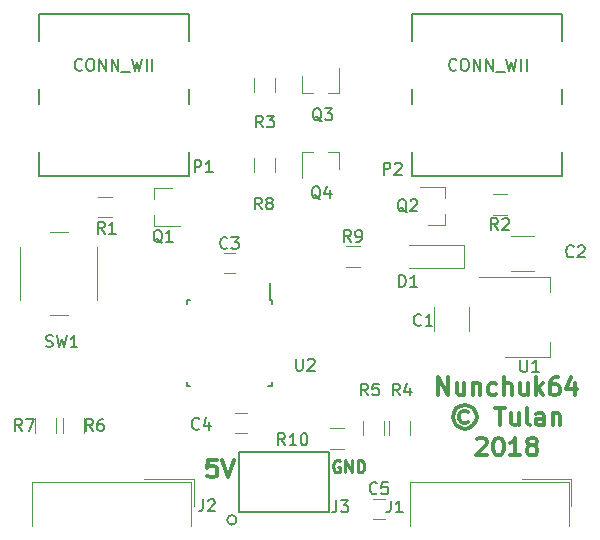
<source format=gto>
G04 #@! TF.FileFunction,Legend,Top*
%FSLAX46Y46*%
G04 Gerber Fmt 4.6, Leading zero omitted, Abs format (unit mm)*
G04 Created by KiCad (PCBNEW 4.0.7-e2-6376~58~ubuntu17.04.1) date Sun Mar  4 22:48:04 2018*
%MOMM*%
%LPD*%
G01*
G04 APERTURE LIST*
%ADD10C,0.100000*%
%ADD11C,0.300000*%
%ADD12C,0.250000*%
%ADD13C,0.150000*%
%ADD14C,0.120000*%
%ADD15C,0.203200*%
G04 APERTURE END LIST*
D10*
D11*
X94314287Y-107678571D02*
X93600001Y-107678571D01*
X93528572Y-108392857D01*
X93600001Y-108321429D01*
X93742858Y-108250000D01*
X94100001Y-108250000D01*
X94242858Y-108321429D01*
X94314287Y-108392857D01*
X94385715Y-108535714D01*
X94385715Y-108892857D01*
X94314287Y-109035714D01*
X94242858Y-109107143D01*
X94100001Y-109178571D01*
X93742858Y-109178571D01*
X93600001Y-109107143D01*
X93528572Y-109035714D01*
X94814286Y-107678571D02*
X95314286Y-109178571D01*
X95814286Y-107678571D01*
D12*
X104738096Y-107800000D02*
X104642858Y-107752381D01*
X104500001Y-107752381D01*
X104357143Y-107800000D01*
X104261905Y-107895238D01*
X104214286Y-107990476D01*
X104166667Y-108180952D01*
X104166667Y-108323810D01*
X104214286Y-108514286D01*
X104261905Y-108609524D01*
X104357143Y-108704762D01*
X104500001Y-108752381D01*
X104595239Y-108752381D01*
X104738096Y-108704762D01*
X104785715Y-108657143D01*
X104785715Y-108323810D01*
X104595239Y-108323810D01*
X105214286Y-108752381D02*
X105214286Y-107752381D01*
X105785715Y-108752381D01*
X105785715Y-107752381D01*
X106261905Y-108752381D02*
X106261905Y-107752381D01*
X106500000Y-107752381D01*
X106642858Y-107800000D01*
X106738096Y-107895238D01*
X106785715Y-107990476D01*
X106833334Y-108180952D01*
X106833334Y-108323810D01*
X106785715Y-108514286D01*
X106738096Y-108609524D01*
X106642858Y-108704762D01*
X106500000Y-108752381D01*
X106261905Y-108752381D01*
D11*
X113078572Y-102228571D02*
X113078572Y-100728571D01*
X113935715Y-102228571D01*
X113935715Y-100728571D01*
X115292858Y-101228571D02*
X115292858Y-102228571D01*
X114650001Y-101228571D02*
X114650001Y-102014286D01*
X114721429Y-102157143D01*
X114864287Y-102228571D01*
X115078572Y-102228571D01*
X115221429Y-102157143D01*
X115292858Y-102085714D01*
X116007144Y-101228571D02*
X116007144Y-102228571D01*
X116007144Y-101371429D02*
X116078572Y-101300000D01*
X116221430Y-101228571D01*
X116435715Y-101228571D01*
X116578572Y-101300000D01*
X116650001Y-101442857D01*
X116650001Y-102228571D01*
X118007144Y-102157143D02*
X117864287Y-102228571D01*
X117578573Y-102228571D01*
X117435715Y-102157143D01*
X117364287Y-102085714D01*
X117292858Y-101942857D01*
X117292858Y-101514286D01*
X117364287Y-101371429D01*
X117435715Y-101300000D01*
X117578573Y-101228571D01*
X117864287Y-101228571D01*
X118007144Y-101300000D01*
X118650001Y-102228571D02*
X118650001Y-100728571D01*
X119292858Y-102228571D02*
X119292858Y-101442857D01*
X119221429Y-101300000D01*
X119078572Y-101228571D01*
X118864287Y-101228571D01*
X118721429Y-101300000D01*
X118650001Y-101371429D01*
X120650001Y-101228571D02*
X120650001Y-102228571D01*
X120007144Y-101228571D02*
X120007144Y-102014286D01*
X120078572Y-102157143D01*
X120221430Y-102228571D01*
X120435715Y-102228571D01*
X120578572Y-102157143D01*
X120650001Y-102085714D01*
X121364287Y-102228571D02*
X121364287Y-100728571D01*
X121507144Y-101657143D02*
X121935715Y-102228571D01*
X121935715Y-101228571D02*
X121364287Y-101800000D01*
X123221430Y-100728571D02*
X122935716Y-100728571D01*
X122792859Y-100800000D01*
X122721430Y-100871429D01*
X122578573Y-101085714D01*
X122507144Y-101371429D01*
X122507144Y-101942857D01*
X122578573Y-102085714D01*
X122650001Y-102157143D01*
X122792859Y-102228571D01*
X123078573Y-102228571D01*
X123221430Y-102157143D01*
X123292859Y-102085714D01*
X123364287Y-101942857D01*
X123364287Y-101585714D01*
X123292859Y-101442857D01*
X123221430Y-101371429D01*
X123078573Y-101300000D01*
X122792859Y-101300000D01*
X122650001Y-101371429D01*
X122578573Y-101442857D01*
X122507144Y-101585714D01*
X124650001Y-101228571D02*
X124650001Y-102228571D01*
X124292858Y-100657143D02*
X123935715Y-101728571D01*
X124864287Y-101728571D01*
X115614286Y-103635714D02*
X115471428Y-103564286D01*
X115185714Y-103564286D01*
X115042857Y-103635714D01*
X114900000Y-103778571D01*
X114828571Y-103921429D01*
X114828571Y-104207143D01*
X114900000Y-104350000D01*
X115042857Y-104492857D01*
X115185714Y-104564286D01*
X115471428Y-104564286D01*
X115614286Y-104492857D01*
X115328571Y-103064286D02*
X114971428Y-103135714D01*
X114614286Y-103350000D01*
X114400000Y-103707143D01*
X114328571Y-104064286D01*
X114400000Y-104421429D01*
X114614286Y-104778571D01*
X114971428Y-104992857D01*
X115328571Y-105064286D01*
X115685714Y-104992857D01*
X116042857Y-104778571D01*
X116257143Y-104421429D01*
X116328571Y-104064286D01*
X116257143Y-103707143D01*
X116042857Y-103350000D01*
X115685714Y-103135714D01*
X115328571Y-103064286D01*
X117900000Y-103278571D02*
X118757143Y-103278571D01*
X118328572Y-104778571D02*
X118328572Y-103278571D01*
X119900000Y-103778571D02*
X119900000Y-104778571D01*
X119257143Y-103778571D02*
X119257143Y-104564286D01*
X119328571Y-104707143D01*
X119471429Y-104778571D01*
X119685714Y-104778571D01*
X119828571Y-104707143D01*
X119900000Y-104635714D01*
X120828572Y-104778571D02*
X120685714Y-104707143D01*
X120614286Y-104564286D01*
X120614286Y-103278571D01*
X122042857Y-104778571D02*
X122042857Y-103992857D01*
X121971428Y-103850000D01*
X121828571Y-103778571D01*
X121542857Y-103778571D01*
X121400000Y-103850000D01*
X122042857Y-104707143D02*
X121900000Y-104778571D01*
X121542857Y-104778571D01*
X121400000Y-104707143D01*
X121328571Y-104564286D01*
X121328571Y-104421429D01*
X121400000Y-104278571D01*
X121542857Y-104207143D01*
X121900000Y-104207143D01*
X122042857Y-104135714D01*
X122757143Y-103778571D02*
X122757143Y-104778571D01*
X122757143Y-103921429D02*
X122828571Y-103850000D01*
X122971429Y-103778571D01*
X123185714Y-103778571D01*
X123328571Y-103850000D01*
X123400000Y-103992857D01*
X123400000Y-104778571D01*
X116328572Y-105971429D02*
X116400001Y-105900000D01*
X116542858Y-105828571D01*
X116900001Y-105828571D01*
X117042858Y-105900000D01*
X117114287Y-105971429D01*
X117185715Y-106114286D01*
X117185715Y-106257143D01*
X117114287Y-106471429D01*
X116257144Y-107328571D01*
X117185715Y-107328571D01*
X118114286Y-105828571D02*
X118257143Y-105828571D01*
X118400000Y-105900000D01*
X118471429Y-105971429D01*
X118542858Y-106114286D01*
X118614286Y-106400000D01*
X118614286Y-106757143D01*
X118542858Y-107042857D01*
X118471429Y-107185714D01*
X118400000Y-107257143D01*
X118257143Y-107328571D01*
X118114286Y-107328571D01*
X117971429Y-107257143D01*
X117900000Y-107185714D01*
X117828572Y-107042857D01*
X117757143Y-106757143D01*
X117757143Y-106400000D01*
X117828572Y-106114286D01*
X117900000Y-105971429D01*
X117971429Y-105900000D01*
X118114286Y-105828571D01*
X120042857Y-107328571D02*
X119185714Y-107328571D01*
X119614286Y-107328571D02*
X119614286Y-105828571D01*
X119471429Y-106042857D01*
X119328571Y-106185714D01*
X119185714Y-106257143D01*
X120900000Y-106471429D02*
X120757142Y-106400000D01*
X120685714Y-106328571D01*
X120614285Y-106185714D01*
X120614285Y-106114286D01*
X120685714Y-105971429D01*
X120757142Y-105900000D01*
X120900000Y-105828571D01*
X121185714Y-105828571D01*
X121328571Y-105900000D01*
X121400000Y-105971429D01*
X121471428Y-106114286D01*
X121471428Y-106185714D01*
X121400000Y-106328571D01*
X121328571Y-106400000D01*
X121185714Y-106471429D01*
X120900000Y-106471429D01*
X120757142Y-106542857D01*
X120685714Y-106614286D01*
X120614285Y-106757143D01*
X120614285Y-107042857D01*
X120685714Y-107185714D01*
X120757142Y-107257143D01*
X120900000Y-107328571D01*
X121185714Y-107328571D01*
X121328571Y-107257143D01*
X121400000Y-107185714D01*
X121471428Y-107042857D01*
X121471428Y-106757143D01*
X121400000Y-106614286D01*
X121328571Y-106542857D01*
X121185714Y-106471429D01*
D13*
X110850000Y-72228000D02*
X110850000Y-69942000D01*
X110850000Y-69942000D02*
X123550000Y-69942000D01*
X123550000Y-69942000D02*
X123550000Y-72228000D01*
X123550000Y-77562000D02*
X123550000Y-76292000D01*
X110850000Y-77562000D02*
X110850000Y-76292000D01*
X110850000Y-83658000D02*
X110850000Y-81626000D01*
X123550000Y-83658000D02*
X123550000Y-81626000D01*
X123550000Y-83658000D02*
X110850000Y-83658000D01*
X99025000Y-94175000D02*
X98800000Y-94175000D01*
X99025000Y-101425000D02*
X98700000Y-101425000D01*
X91775000Y-101425000D02*
X92100000Y-101425000D01*
X91775000Y-94175000D02*
X92100000Y-94175000D01*
X99025000Y-94175000D02*
X99025000Y-94500000D01*
X91775000Y-94175000D02*
X91775000Y-94500000D01*
X91775000Y-101425000D02*
X91775000Y-101100000D01*
X99025000Y-101425000D02*
X99025000Y-101100000D01*
X98800000Y-94175000D02*
X98800000Y-92750000D01*
D14*
X92123333Y-113340000D02*
X92123333Y-109600000D01*
X92123333Y-109600000D02*
X78676667Y-109600000D01*
X78676667Y-109600000D02*
X78676667Y-113340000D01*
X92363333Y-111600000D02*
X92363333Y-109360000D01*
X92363333Y-109360000D02*
X88170000Y-109360000D01*
X124123333Y-113340000D02*
X124123333Y-109600000D01*
X124123333Y-109600000D02*
X110676667Y-109600000D01*
X110676667Y-109600000D02*
X110676667Y-113340000D01*
X124363333Y-111600000D02*
X124363333Y-109360000D01*
X124363333Y-109360000D02*
X120170000Y-109360000D01*
D13*
X79250000Y-72228000D02*
X79250000Y-69942000D01*
X79250000Y-69942000D02*
X91950000Y-69942000D01*
X91950000Y-69942000D02*
X91950000Y-72228000D01*
X91950000Y-77562000D02*
X91950000Y-76292000D01*
X79250000Y-77562000D02*
X79250000Y-76292000D01*
X79250000Y-83658000D02*
X79250000Y-81626000D01*
X91950000Y-83658000D02*
X91950000Y-81626000D01*
X91950000Y-83658000D02*
X79250000Y-83658000D01*
D14*
X89040000Y-84720000D02*
X89040000Y-85650000D01*
X89040000Y-87880000D02*
X89040000Y-86950000D01*
X89040000Y-87880000D02*
X91200000Y-87880000D01*
X89040000Y-84720000D02*
X90500000Y-84720000D01*
X113660000Y-87780000D02*
X113660000Y-86850000D01*
X113660000Y-84620000D02*
X113660000Y-85550000D01*
X113660000Y-84620000D02*
X111500000Y-84620000D01*
X113660000Y-87780000D02*
X112200000Y-87780000D01*
X101520000Y-76660000D02*
X102450000Y-76660000D01*
X104680000Y-76660000D02*
X103750000Y-76660000D01*
X104680000Y-76660000D02*
X104680000Y-74500000D01*
X101520000Y-76660000D02*
X101520000Y-75200000D01*
X104680000Y-81640000D02*
X103750000Y-81640000D01*
X101520000Y-81640000D02*
X102450000Y-81640000D01*
X101520000Y-81640000D02*
X101520000Y-83800000D01*
X104680000Y-81640000D02*
X104680000Y-83100000D01*
X122510000Y-99010000D02*
X122510000Y-97750000D01*
X122510000Y-92190000D02*
X122510000Y-93450000D01*
X118750000Y-99010000D02*
X122510000Y-99010000D01*
X116500000Y-92190000D02*
X122510000Y-92190000D01*
X108920000Y-105600000D02*
X108920000Y-104400000D01*
X110680000Y-104400000D02*
X110680000Y-105600000D01*
X106720000Y-105600000D02*
X106720000Y-104400000D01*
X108480000Y-104400000D02*
X108480000Y-105600000D01*
X81320000Y-105400000D02*
X81320000Y-104200000D01*
X83080000Y-104200000D02*
X83080000Y-105400000D01*
X78920000Y-105400000D02*
X78920000Y-104200000D01*
X80680000Y-104200000D02*
X80680000Y-105400000D01*
X112720000Y-94800000D02*
X112720000Y-96800000D01*
X115680000Y-96800000D02*
X115680000Y-94800000D01*
X119200000Y-91680000D02*
X121200000Y-91680000D01*
X121200000Y-88720000D02*
X119200000Y-88720000D01*
X94900000Y-91850000D02*
X95900000Y-91850000D01*
X95900000Y-90150000D02*
X94900000Y-90150000D01*
X96900000Y-103750000D02*
X95900000Y-103750000D01*
X95900000Y-105450000D02*
X96900000Y-105450000D01*
X84300000Y-85420000D02*
X85500000Y-85420000D01*
X85500000Y-87180000D02*
X84300000Y-87180000D01*
X117700000Y-85220000D02*
X118900000Y-85220000D01*
X118900000Y-86980000D02*
X117700000Y-86980000D01*
X99280000Y-75400000D02*
X99280000Y-76600000D01*
X97520000Y-76600000D02*
X97520000Y-75400000D01*
X97520000Y-83350000D02*
X97520000Y-82150000D01*
X99280000Y-82150000D02*
X99280000Y-83350000D01*
D13*
X96013113Y-112790000D02*
G75*
G03X96013113Y-112790000I-403113J0D01*
G01*
D15*
X103810000Y-112140000D02*
X96190000Y-112140000D01*
X96190000Y-107060000D02*
X103810000Y-107060000D01*
X103810000Y-107060000D02*
X103810000Y-112140000D01*
X96190000Y-112140000D02*
X96190000Y-107060000D01*
D14*
X115300000Y-91450000D02*
X115300000Y-89550000D01*
X115300000Y-89550000D02*
X110600000Y-89550000D01*
X115300000Y-91450000D02*
X110600000Y-91450000D01*
X106450000Y-91380000D02*
X105250000Y-91380000D01*
X105250000Y-89620000D02*
X106450000Y-89620000D01*
X84200000Y-94200000D02*
X84200000Y-89700000D01*
X80200000Y-95450000D02*
X81700000Y-95450000D01*
X77700000Y-89700000D02*
X77700000Y-94200000D01*
X81700000Y-88450000D02*
X80200000Y-88450000D01*
X108550000Y-111050000D02*
X107550000Y-111050000D01*
X107550000Y-112750000D02*
X108550000Y-112750000D01*
X105100000Y-106780000D02*
X103900000Y-106780000D01*
X103900000Y-105020000D02*
X105100000Y-105020000D01*
D13*
X108461905Y-83552381D02*
X108461905Y-82552381D01*
X108842858Y-82552381D01*
X108938096Y-82600000D01*
X108985715Y-82647619D01*
X109033334Y-82742857D01*
X109033334Y-82885714D01*
X108985715Y-82980952D01*
X108938096Y-83028571D01*
X108842858Y-83076190D01*
X108461905Y-83076190D01*
X109414286Y-82647619D02*
X109461905Y-82600000D01*
X109557143Y-82552381D01*
X109795239Y-82552381D01*
X109890477Y-82600000D01*
X109938096Y-82647619D01*
X109985715Y-82742857D01*
X109985715Y-82838095D01*
X109938096Y-82980952D01*
X109366667Y-83552381D01*
X109985715Y-83552381D01*
X114609525Y-74657143D02*
X114561906Y-74704762D01*
X114419049Y-74752381D01*
X114323811Y-74752381D01*
X114180953Y-74704762D01*
X114085715Y-74609524D01*
X114038096Y-74514286D01*
X113990477Y-74323810D01*
X113990477Y-74180952D01*
X114038096Y-73990476D01*
X114085715Y-73895238D01*
X114180953Y-73800000D01*
X114323811Y-73752381D01*
X114419049Y-73752381D01*
X114561906Y-73800000D01*
X114609525Y-73847619D01*
X115228572Y-73752381D02*
X115419049Y-73752381D01*
X115514287Y-73800000D01*
X115609525Y-73895238D01*
X115657144Y-74085714D01*
X115657144Y-74419048D01*
X115609525Y-74609524D01*
X115514287Y-74704762D01*
X115419049Y-74752381D01*
X115228572Y-74752381D01*
X115133334Y-74704762D01*
X115038096Y-74609524D01*
X114990477Y-74419048D01*
X114990477Y-74085714D01*
X115038096Y-73895238D01*
X115133334Y-73800000D01*
X115228572Y-73752381D01*
X116085715Y-74752381D02*
X116085715Y-73752381D01*
X116657144Y-74752381D01*
X116657144Y-73752381D01*
X117133334Y-74752381D02*
X117133334Y-73752381D01*
X117704763Y-74752381D01*
X117704763Y-73752381D01*
X117942858Y-74847619D02*
X118704763Y-74847619D01*
X118847620Y-73752381D02*
X119085715Y-74752381D01*
X119276192Y-74038095D01*
X119466668Y-74752381D01*
X119704763Y-73752381D01*
X120085715Y-74752381D02*
X120085715Y-73752381D01*
X120561905Y-74752381D02*
X120561905Y-73752381D01*
X101038095Y-99152381D02*
X101038095Y-99961905D01*
X101085714Y-100057143D01*
X101133333Y-100104762D01*
X101228571Y-100152381D01*
X101419048Y-100152381D01*
X101514286Y-100104762D01*
X101561905Y-100057143D01*
X101609524Y-99961905D01*
X101609524Y-99152381D01*
X102038095Y-99247619D02*
X102085714Y-99200000D01*
X102180952Y-99152381D01*
X102419048Y-99152381D01*
X102514286Y-99200000D01*
X102561905Y-99247619D01*
X102609524Y-99342857D01*
X102609524Y-99438095D01*
X102561905Y-99580952D01*
X101990476Y-100152381D01*
X102609524Y-100152381D01*
X93166667Y-111052381D02*
X93166667Y-111766667D01*
X93119047Y-111909524D01*
X93023809Y-112004762D01*
X92880952Y-112052381D01*
X92785714Y-112052381D01*
X93595238Y-111147619D02*
X93642857Y-111100000D01*
X93738095Y-111052381D01*
X93976191Y-111052381D01*
X94071429Y-111100000D01*
X94119048Y-111147619D01*
X94166667Y-111242857D01*
X94166667Y-111338095D01*
X94119048Y-111480952D01*
X93547619Y-112052381D01*
X94166667Y-112052381D01*
X109066667Y-111152381D02*
X109066667Y-111866667D01*
X109019047Y-112009524D01*
X108923809Y-112104762D01*
X108780952Y-112152381D01*
X108685714Y-112152381D01*
X110066667Y-112152381D02*
X109495238Y-112152381D01*
X109780952Y-112152381D02*
X109780952Y-111152381D01*
X109685714Y-111295238D01*
X109590476Y-111390476D01*
X109495238Y-111438095D01*
X92461905Y-83352381D02*
X92461905Y-82352381D01*
X92842858Y-82352381D01*
X92938096Y-82400000D01*
X92985715Y-82447619D01*
X93033334Y-82542857D01*
X93033334Y-82685714D01*
X92985715Y-82780952D01*
X92938096Y-82828571D01*
X92842858Y-82876190D01*
X92461905Y-82876190D01*
X93985715Y-83352381D02*
X93414286Y-83352381D01*
X93700000Y-83352381D02*
X93700000Y-82352381D01*
X93604762Y-82495238D01*
X93509524Y-82590476D01*
X93414286Y-82638095D01*
X82909525Y-74657143D02*
X82861906Y-74704762D01*
X82719049Y-74752381D01*
X82623811Y-74752381D01*
X82480953Y-74704762D01*
X82385715Y-74609524D01*
X82338096Y-74514286D01*
X82290477Y-74323810D01*
X82290477Y-74180952D01*
X82338096Y-73990476D01*
X82385715Y-73895238D01*
X82480953Y-73800000D01*
X82623811Y-73752381D01*
X82719049Y-73752381D01*
X82861906Y-73800000D01*
X82909525Y-73847619D01*
X83528572Y-73752381D02*
X83719049Y-73752381D01*
X83814287Y-73800000D01*
X83909525Y-73895238D01*
X83957144Y-74085714D01*
X83957144Y-74419048D01*
X83909525Y-74609524D01*
X83814287Y-74704762D01*
X83719049Y-74752381D01*
X83528572Y-74752381D01*
X83433334Y-74704762D01*
X83338096Y-74609524D01*
X83290477Y-74419048D01*
X83290477Y-74085714D01*
X83338096Y-73895238D01*
X83433334Y-73800000D01*
X83528572Y-73752381D01*
X84385715Y-74752381D02*
X84385715Y-73752381D01*
X84957144Y-74752381D01*
X84957144Y-73752381D01*
X85433334Y-74752381D02*
X85433334Y-73752381D01*
X86004763Y-74752381D01*
X86004763Y-73752381D01*
X86242858Y-74847619D02*
X87004763Y-74847619D01*
X87147620Y-73752381D02*
X87385715Y-74752381D01*
X87576192Y-74038095D01*
X87766668Y-74752381D01*
X88004763Y-73752381D01*
X88385715Y-74752381D02*
X88385715Y-73752381D01*
X88861905Y-74752381D02*
X88861905Y-73752381D01*
X89704762Y-89347619D02*
X89609524Y-89300000D01*
X89514286Y-89204762D01*
X89371429Y-89061905D01*
X89276190Y-89014286D01*
X89180952Y-89014286D01*
X89228571Y-89252381D02*
X89133333Y-89204762D01*
X89038095Y-89109524D01*
X88990476Y-88919048D01*
X88990476Y-88585714D01*
X89038095Y-88395238D01*
X89133333Y-88300000D01*
X89228571Y-88252381D01*
X89419048Y-88252381D01*
X89514286Y-88300000D01*
X89609524Y-88395238D01*
X89657143Y-88585714D01*
X89657143Y-88919048D01*
X89609524Y-89109524D01*
X89514286Y-89204762D01*
X89419048Y-89252381D01*
X89228571Y-89252381D01*
X90609524Y-89252381D02*
X90038095Y-89252381D01*
X90323809Y-89252381D02*
X90323809Y-88252381D01*
X90228571Y-88395238D01*
X90133333Y-88490476D01*
X90038095Y-88538095D01*
X110404762Y-86747619D02*
X110309524Y-86700000D01*
X110214286Y-86604762D01*
X110071429Y-86461905D01*
X109976190Y-86414286D01*
X109880952Y-86414286D01*
X109928571Y-86652381D02*
X109833333Y-86604762D01*
X109738095Y-86509524D01*
X109690476Y-86319048D01*
X109690476Y-85985714D01*
X109738095Y-85795238D01*
X109833333Y-85700000D01*
X109928571Y-85652381D01*
X110119048Y-85652381D01*
X110214286Y-85700000D01*
X110309524Y-85795238D01*
X110357143Y-85985714D01*
X110357143Y-86319048D01*
X110309524Y-86509524D01*
X110214286Y-86604762D01*
X110119048Y-86652381D01*
X109928571Y-86652381D01*
X110738095Y-85747619D02*
X110785714Y-85700000D01*
X110880952Y-85652381D01*
X111119048Y-85652381D01*
X111214286Y-85700000D01*
X111261905Y-85747619D01*
X111309524Y-85842857D01*
X111309524Y-85938095D01*
X111261905Y-86080952D01*
X110690476Y-86652381D01*
X111309524Y-86652381D01*
X103204762Y-79047619D02*
X103109524Y-79000000D01*
X103014286Y-78904762D01*
X102871429Y-78761905D01*
X102776190Y-78714286D01*
X102680952Y-78714286D01*
X102728571Y-78952381D02*
X102633333Y-78904762D01*
X102538095Y-78809524D01*
X102490476Y-78619048D01*
X102490476Y-78285714D01*
X102538095Y-78095238D01*
X102633333Y-78000000D01*
X102728571Y-77952381D01*
X102919048Y-77952381D01*
X103014286Y-78000000D01*
X103109524Y-78095238D01*
X103157143Y-78285714D01*
X103157143Y-78619048D01*
X103109524Y-78809524D01*
X103014286Y-78904762D01*
X102919048Y-78952381D01*
X102728571Y-78952381D01*
X103490476Y-77952381D02*
X104109524Y-77952381D01*
X103776190Y-78333333D01*
X103919048Y-78333333D01*
X104014286Y-78380952D01*
X104061905Y-78428571D01*
X104109524Y-78523810D01*
X104109524Y-78761905D01*
X104061905Y-78857143D01*
X104014286Y-78904762D01*
X103919048Y-78952381D01*
X103633333Y-78952381D01*
X103538095Y-78904762D01*
X103490476Y-78857143D01*
X103104762Y-85647619D02*
X103009524Y-85600000D01*
X102914286Y-85504762D01*
X102771429Y-85361905D01*
X102676190Y-85314286D01*
X102580952Y-85314286D01*
X102628571Y-85552381D02*
X102533333Y-85504762D01*
X102438095Y-85409524D01*
X102390476Y-85219048D01*
X102390476Y-84885714D01*
X102438095Y-84695238D01*
X102533333Y-84600000D01*
X102628571Y-84552381D01*
X102819048Y-84552381D01*
X102914286Y-84600000D01*
X103009524Y-84695238D01*
X103057143Y-84885714D01*
X103057143Y-85219048D01*
X103009524Y-85409524D01*
X102914286Y-85504762D01*
X102819048Y-85552381D01*
X102628571Y-85552381D01*
X103914286Y-84885714D02*
X103914286Y-85552381D01*
X103676190Y-84504762D02*
X103438095Y-85219048D01*
X104057143Y-85219048D01*
X120038095Y-99252381D02*
X120038095Y-100061905D01*
X120085714Y-100157143D01*
X120133333Y-100204762D01*
X120228571Y-100252381D01*
X120419048Y-100252381D01*
X120514286Y-100204762D01*
X120561905Y-100157143D01*
X120609524Y-100061905D01*
X120609524Y-99252381D01*
X121609524Y-100252381D02*
X121038095Y-100252381D01*
X121323809Y-100252381D02*
X121323809Y-99252381D01*
X121228571Y-99395238D01*
X121133333Y-99490476D01*
X121038095Y-99538095D01*
X109833334Y-102252381D02*
X109500000Y-101776190D01*
X109261905Y-102252381D02*
X109261905Y-101252381D01*
X109642858Y-101252381D01*
X109738096Y-101300000D01*
X109785715Y-101347619D01*
X109833334Y-101442857D01*
X109833334Y-101585714D01*
X109785715Y-101680952D01*
X109738096Y-101728571D01*
X109642858Y-101776190D01*
X109261905Y-101776190D01*
X110690477Y-101585714D02*
X110690477Y-102252381D01*
X110452381Y-101204762D02*
X110214286Y-101919048D01*
X110833334Y-101919048D01*
X107133334Y-102252381D02*
X106800000Y-101776190D01*
X106561905Y-102252381D02*
X106561905Y-101252381D01*
X106942858Y-101252381D01*
X107038096Y-101300000D01*
X107085715Y-101347619D01*
X107133334Y-101442857D01*
X107133334Y-101585714D01*
X107085715Y-101680952D01*
X107038096Y-101728571D01*
X106942858Y-101776190D01*
X106561905Y-101776190D01*
X108038096Y-101252381D02*
X107561905Y-101252381D01*
X107514286Y-101728571D01*
X107561905Y-101680952D01*
X107657143Y-101633333D01*
X107895239Y-101633333D01*
X107990477Y-101680952D01*
X108038096Y-101728571D01*
X108085715Y-101823810D01*
X108085715Y-102061905D01*
X108038096Y-102157143D01*
X107990477Y-102204762D01*
X107895239Y-102252381D01*
X107657143Y-102252381D01*
X107561905Y-102204762D01*
X107514286Y-102157143D01*
X83833334Y-105252381D02*
X83500000Y-104776190D01*
X83261905Y-105252381D02*
X83261905Y-104252381D01*
X83642858Y-104252381D01*
X83738096Y-104300000D01*
X83785715Y-104347619D01*
X83833334Y-104442857D01*
X83833334Y-104585714D01*
X83785715Y-104680952D01*
X83738096Y-104728571D01*
X83642858Y-104776190D01*
X83261905Y-104776190D01*
X84690477Y-104252381D02*
X84500000Y-104252381D01*
X84404762Y-104300000D01*
X84357143Y-104347619D01*
X84261905Y-104490476D01*
X84214286Y-104680952D01*
X84214286Y-105061905D01*
X84261905Y-105157143D01*
X84309524Y-105204762D01*
X84404762Y-105252381D01*
X84595239Y-105252381D01*
X84690477Y-105204762D01*
X84738096Y-105157143D01*
X84785715Y-105061905D01*
X84785715Y-104823810D01*
X84738096Y-104728571D01*
X84690477Y-104680952D01*
X84595239Y-104633333D01*
X84404762Y-104633333D01*
X84309524Y-104680952D01*
X84261905Y-104728571D01*
X84214286Y-104823810D01*
X77833334Y-105252381D02*
X77500000Y-104776190D01*
X77261905Y-105252381D02*
X77261905Y-104252381D01*
X77642858Y-104252381D01*
X77738096Y-104300000D01*
X77785715Y-104347619D01*
X77833334Y-104442857D01*
X77833334Y-104585714D01*
X77785715Y-104680952D01*
X77738096Y-104728571D01*
X77642858Y-104776190D01*
X77261905Y-104776190D01*
X78166667Y-104252381D02*
X78833334Y-104252381D01*
X78404762Y-105252381D01*
X111633334Y-96257143D02*
X111585715Y-96304762D01*
X111442858Y-96352381D01*
X111347620Y-96352381D01*
X111204762Y-96304762D01*
X111109524Y-96209524D01*
X111061905Y-96114286D01*
X111014286Y-95923810D01*
X111014286Y-95780952D01*
X111061905Y-95590476D01*
X111109524Y-95495238D01*
X111204762Y-95400000D01*
X111347620Y-95352381D01*
X111442858Y-95352381D01*
X111585715Y-95400000D01*
X111633334Y-95447619D01*
X112585715Y-96352381D02*
X112014286Y-96352381D01*
X112300000Y-96352381D02*
X112300000Y-95352381D01*
X112204762Y-95495238D01*
X112109524Y-95590476D01*
X112014286Y-95638095D01*
X124533334Y-90457143D02*
X124485715Y-90504762D01*
X124342858Y-90552381D01*
X124247620Y-90552381D01*
X124104762Y-90504762D01*
X124009524Y-90409524D01*
X123961905Y-90314286D01*
X123914286Y-90123810D01*
X123914286Y-89980952D01*
X123961905Y-89790476D01*
X124009524Y-89695238D01*
X124104762Y-89600000D01*
X124247620Y-89552381D01*
X124342858Y-89552381D01*
X124485715Y-89600000D01*
X124533334Y-89647619D01*
X124914286Y-89647619D02*
X124961905Y-89600000D01*
X125057143Y-89552381D01*
X125295239Y-89552381D01*
X125390477Y-89600000D01*
X125438096Y-89647619D01*
X125485715Y-89742857D01*
X125485715Y-89838095D01*
X125438096Y-89980952D01*
X124866667Y-90552381D01*
X125485715Y-90552381D01*
X95233334Y-89757143D02*
X95185715Y-89804762D01*
X95042858Y-89852381D01*
X94947620Y-89852381D01*
X94804762Y-89804762D01*
X94709524Y-89709524D01*
X94661905Y-89614286D01*
X94614286Y-89423810D01*
X94614286Y-89280952D01*
X94661905Y-89090476D01*
X94709524Y-88995238D01*
X94804762Y-88900000D01*
X94947620Y-88852381D01*
X95042858Y-88852381D01*
X95185715Y-88900000D01*
X95233334Y-88947619D01*
X95566667Y-88852381D02*
X96185715Y-88852381D01*
X95852381Y-89233333D01*
X95995239Y-89233333D01*
X96090477Y-89280952D01*
X96138096Y-89328571D01*
X96185715Y-89423810D01*
X96185715Y-89661905D01*
X96138096Y-89757143D01*
X96090477Y-89804762D01*
X95995239Y-89852381D01*
X95709524Y-89852381D01*
X95614286Y-89804762D01*
X95566667Y-89757143D01*
X92833334Y-105057143D02*
X92785715Y-105104762D01*
X92642858Y-105152381D01*
X92547620Y-105152381D01*
X92404762Y-105104762D01*
X92309524Y-105009524D01*
X92261905Y-104914286D01*
X92214286Y-104723810D01*
X92214286Y-104580952D01*
X92261905Y-104390476D01*
X92309524Y-104295238D01*
X92404762Y-104200000D01*
X92547620Y-104152381D01*
X92642858Y-104152381D01*
X92785715Y-104200000D01*
X92833334Y-104247619D01*
X93690477Y-104485714D02*
X93690477Y-105152381D01*
X93452381Y-104104762D02*
X93214286Y-104819048D01*
X93833334Y-104819048D01*
X84833334Y-88552381D02*
X84500000Y-88076190D01*
X84261905Y-88552381D02*
X84261905Y-87552381D01*
X84642858Y-87552381D01*
X84738096Y-87600000D01*
X84785715Y-87647619D01*
X84833334Y-87742857D01*
X84833334Y-87885714D01*
X84785715Y-87980952D01*
X84738096Y-88028571D01*
X84642858Y-88076190D01*
X84261905Y-88076190D01*
X85785715Y-88552381D02*
X85214286Y-88552381D01*
X85500000Y-88552381D02*
X85500000Y-87552381D01*
X85404762Y-87695238D01*
X85309524Y-87790476D01*
X85214286Y-87838095D01*
X118133334Y-88252381D02*
X117800000Y-87776190D01*
X117561905Y-88252381D02*
X117561905Y-87252381D01*
X117942858Y-87252381D01*
X118038096Y-87300000D01*
X118085715Y-87347619D01*
X118133334Y-87442857D01*
X118133334Y-87585714D01*
X118085715Y-87680952D01*
X118038096Y-87728571D01*
X117942858Y-87776190D01*
X117561905Y-87776190D01*
X118514286Y-87347619D02*
X118561905Y-87300000D01*
X118657143Y-87252381D01*
X118895239Y-87252381D01*
X118990477Y-87300000D01*
X119038096Y-87347619D01*
X119085715Y-87442857D01*
X119085715Y-87538095D01*
X119038096Y-87680952D01*
X118466667Y-88252381D01*
X119085715Y-88252381D01*
X98233334Y-79552381D02*
X97900000Y-79076190D01*
X97661905Y-79552381D02*
X97661905Y-78552381D01*
X98042858Y-78552381D01*
X98138096Y-78600000D01*
X98185715Y-78647619D01*
X98233334Y-78742857D01*
X98233334Y-78885714D01*
X98185715Y-78980952D01*
X98138096Y-79028571D01*
X98042858Y-79076190D01*
X97661905Y-79076190D01*
X98566667Y-78552381D02*
X99185715Y-78552381D01*
X98852381Y-78933333D01*
X98995239Y-78933333D01*
X99090477Y-78980952D01*
X99138096Y-79028571D01*
X99185715Y-79123810D01*
X99185715Y-79361905D01*
X99138096Y-79457143D01*
X99090477Y-79504762D01*
X98995239Y-79552381D01*
X98709524Y-79552381D01*
X98614286Y-79504762D01*
X98566667Y-79457143D01*
X98133334Y-86502381D02*
X97800000Y-86026190D01*
X97561905Y-86502381D02*
X97561905Y-85502381D01*
X97942858Y-85502381D01*
X98038096Y-85550000D01*
X98085715Y-85597619D01*
X98133334Y-85692857D01*
X98133334Y-85835714D01*
X98085715Y-85930952D01*
X98038096Y-85978571D01*
X97942858Y-86026190D01*
X97561905Y-86026190D01*
X98704762Y-85930952D02*
X98609524Y-85883333D01*
X98561905Y-85835714D01*
X98514286Y-85740476D01*
X98514286Y-85692857D01*
X98561905Y-85597619D01*
X98609524Y-85550000D01*
X98704762Y-85502381D01*
X98895239Y-85502381D01*
X98990477Y-85550000D01*
X99038096Y-85597619D01*
X99085715Y-85692857D01*
X99085715Y-85740476D01*
X99038096Y-85835714D01*
X98990477Y-85883333D01*
X98895239Y-85930952D01*
X98704762Y-85930952D01*
X98609524Y-85978571D01*
X98561905Y-86026190D01*
X98514286Y-86121429D01*
X98514286Y-86311905D01*
X98561905Y-86407143D01*
X98609524Y-86454762D01*
X98704762Y-86502381D01*
X98895239Y-86502381D01*
X98990477Y-86454762D01*
X99038096Y-86407143D01*
X99085715Y-86311905D01*
X99085715Y-86121429D01*
X99038096Y-86026190D01*
X98990477Y-85978571D01*
X98895239Y-85930952D01*
D15*
X104461333Y-111143619D02*
X104461333Y-111869333D01*
X104412953Y-112014476D01*
X104316191Y-112111238D01*
X104171048Y-112159619D01*
X104074286Y-112159619D01*
X104848381Y-111143619D02*
X105477333Y-111143619D01*
X105138667Y-111530667D01*
X105283809Y-111530667D01*
X105380571Y-111579048D01*
X105428952Y-111627429D01*
X105477333Y-111724190D01*
X105477333Y-111966095D01*
X105428952Y-112062857D01*
X105380571Y-112111238D01*
X105283809Y-112159619D01*
X104993524Y-112159619D01*
X104896762Y-112111238D01*
X104848381Y-112062857D01*
D13*
X109761905Y-93052381D02*
X109761905Y-92052381D01*
X110000000Y-92052381D01*
X110142858Y-92100000D01*
X110238096Y-92195238D01*
X110285715Y-92290476D01*
X110333334Y-92480952D01*
X110333334Y-92623810D01*
X110285715Y-92814286D01*
X110238096Y-92909524D01*
X110142858Y-93004762D01*
X110000000Y-93052381D01*
X109761905Y-93052381D01*
X111285715Y-93052381D02*
X110714286Y-93052381D01*
X111000000Y-93052381D02*
X111000000Y-92052381D01*
X110904762Y-92195238D01*
X110809524Y-92290476D01*
X110714286Y-92338095D01*
X105683334Y-89252381D02*
X105350000Y-88776190D01*
X105111905Y-89252381D02*
X105111905Y-88252381D01*
X105492858Y-88252381D01*
X105588096Y-88300000D01*
X105635715Y-88347619D01*
X105683334Y-88442857D01*
X105683334Y-88585714D01*
X105635715Y-88680952D01*
X105588096Y-88728571D01*
X105492858Y-88776190D01*
X105111905Y-88776190D01*
X106159524Y-89252381D02*
X106350000Y-89252381D01*
X106445239Y-89204762D01*
X106492858Y-89157143D01*
X106588096Y-89014286D01*
X106635715Y-88823810D01*
X106635715Y-88442857D01*
X106588096Y-88347619D01*
X106540477Y-88300000D01*
X106445239Y-88252381D01*
X106254762Y-88252381D01*
X106159524Y-88300000D01*
X106111905Y-88347619D01*
X106064286Y-88442857D01*
X106064286Y-88680952D01*
X106111905Y-88776190D01*
X106159524Y-88823810D01*
X106254762Y-88871429D01*
X106445239Y-88871429D01*
X106540477Y-88823810D01*
X106588096Y-88776190D01*
X106635715Y-88680952D01*
X79866667Y-98104762D02*
X80009524Y-98152381D01*
X80247620Y-98152381D01*
X80342858Y-98104762D01*
X80390477Y-98057143D01*
X80438096Y-97961905D01*
X80438096Y-97866667D01*
X80390477Y-97771429D01*
X80342858Y-97723810D01*
X80247620Y-97676190D01*
X80057143Y-97628571D01*
X79961905Y-97580952D01*
X79914286Y-97533333D01*
X79866667Y-97438095D01*
X79866667Y-97342857D01*
X79914286Y-97247619D01*
X79961905Y-97200000D01*
X80057143Y-97152381D01*
X80295239Y-97152381D01*
X80438096Y-97200000D01*
X80771429Y-97152381D02*
X81009524Y-98152381D01*
X81200001Y-97438095D01*
X81390477Y-98152381D01*
X81628572Y-97152381D01*
X82533334Y-98152381D02*
X81961905Y-98152381D01*
X82247619Y-98152381D02*
X82247619Y-97152381D01*
X82152381Y-97295238D01*
X82057143Y-97390476D01*
X81961905Y-97438095D01*
X107883334Y-110507143D02*
X107835715Y-110554762D01*
X107692858Y-110602381D01*
X107597620Y-110602381D01*
X107454762Y-110554762D01*
X107359524Y-110459524D01*
X107311905Y-110364286D01*
X107264286Y-110173810D01*
X107264286Y-110030952D01*
X107311905Y-109840476D01*
X107359524Y-109745238D01*
X107454762Y-109650000D01*
X107597620Y-109602381D01*
X107692858Y-109602381D01*
X107835715Y-109650000D01*
X107883334Y-109697619D01*
X108788096Y-109602381D02*
X108311905Y-109602381D01*
X108264286Y-110078571D01*
X108311905Y-110030952D01*
X108407143Y-109983333D01*
X108645239Y-109983333D01*
X108740477Y-110030952D01*
X108788096Y-110078571D01*
X108835715Y-110173810D01*
X108835715Y-110411905D01*
X108788096Y-110507143D01*
X108740477Y-110554762D01*
X108645239Y-110602381D01*
X108407143Y-110602381D01*
X108311905Y-110554762D01*
X108264286Y-110507143D01*
X100107143Y-106452381D02*
X99773809Y-105976190D01*
X99535714Y-106452381D02*
X99535714Y-105452381D01*
X99916667Y-105452381D01*
X100011905Y-105500000D01*
X100059524Y-105547619D01*
X100107143Y-105642857D01*
X100107143Y-105785714D01*
X100059524Y-105880952D01*
X100011905Y-105928571D01*
X99916667Y-105976190D01*
X99535714Y-105976190D01*
X101059524Y-106452381D02*
X100488095Y-106452381D01*
X100773809Y-106452381D02*
X100773809Y-105452381D01*
X100678571Y-105595238D01*
X100583333Y-105690476D01*
X100488095Y-105738095D01*
X101678571Y-105452381D02*
X101773810Y-105452381D01*
X101869048Y-105500000D01*
X101916667Y-105547619D01*
X101964286Y-105642857D01*
X102011905Y-105833333D01*
X102011905Y-106071429D01*
X101964286Y-106261905D01*
X101916667Y-106357143D01*
X101869048Y-106404762D01*
X101773810Y-106452381D01*
X101678571Y-106452381D01*
X101583333Y-106404762D01*
X101535714Y-106357143D01*
X101488095Y-106261905D01*
X101440476Y-106071429D01*
X101440476Y-105833333D01*
X101488095Y-105642857D01*
X101535714Y-105547619D01*
X101583333Y-105500000D01*
X101678571Y-105452381D01*
M02*

</source>
